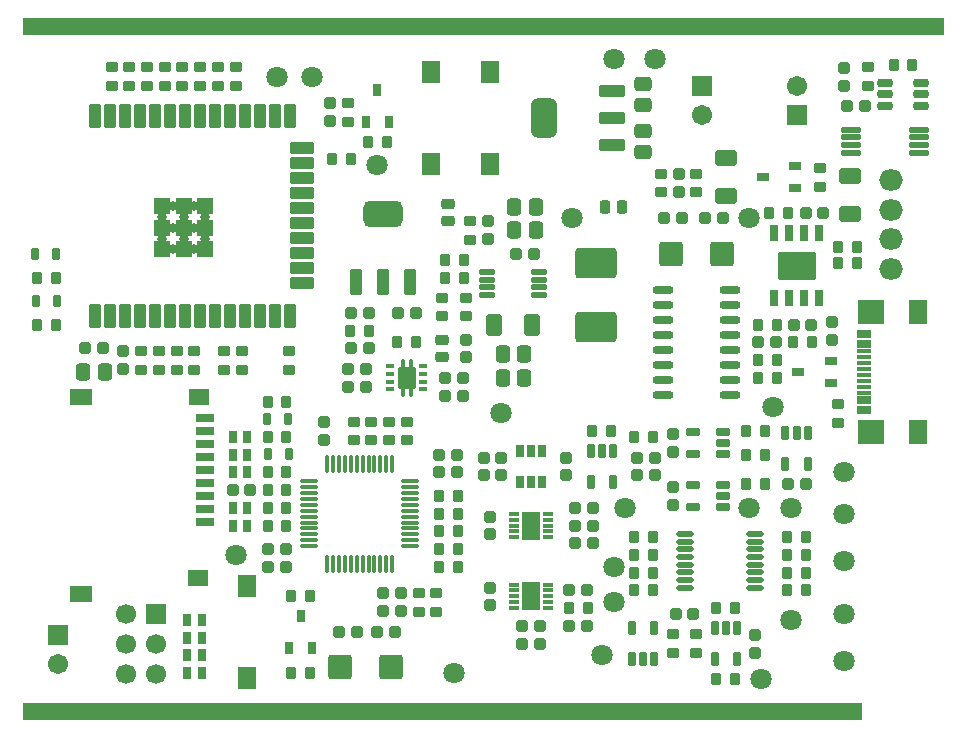
<source format=gts>
G04*
G04 #@! TF.GenerationSoftware,Altium Limited,Altium Designer,23.1.1 (15)*
G04*
G04 Layer_Color=1265191*
%FSTAX24Y24*%
%MOIN*%
G70*
G04*
G04 #@! TF.SameCoordinates,744591E9-B7FF-4256-B3DA-537CD40D5A87*
G04*
G04*
G04 #@! TF.FilePolarity,Negative*
G04*
G01*
G75*
%ADD68R,0.0614X0.0976*%
%ADD69R,0.0378X0.0146*%
G04:AMPARAMS|DCode=70|XSize=29.9mil|YSize=40.9mil|CornerRadius=4.6mil|HoleSize=0mil|Usage=FLASHONLY|Rotation=0.000|XOffset=0mil|YOffset=0mil|HoleType=Round|Shape=RoundedRectangle|*
%AMROUNDEDRECTD70*
21,1,0.0299,0.0318,0,0,0.0*
21,1,0.0208,0.0409,0,0,0.0*
1,1,0.0091,0.0104,-0.0159*
1,1,0.0091,-0.0104,-0.0159*
1,1,0.0091,-0.0104,0.0159*
1,1,0.0091,0.0104,0.0159*
%
%ADD70ROUNDEDRECTD70*%
%ADD71O,0.0591X0.0157*%
%ADD72O,0.0157X0.0591*%
G04:AMPARAMS|DCode=73|XSize=27.6mil|YSize=39.4mil|CornerRadius=4.3mil|HoleSize=0mil|Usage=FLASHONLY|Rotation=0.000|XOffset=0mil|YOffset=0mil|HoleType=Round|Shape=RoundedRectangle|*
%AMROUNDEDRECTD73*
21,1,0.0276,0.0307,0,0,0.0*
21,1,0.0189,0.0394,0,0,0.0*
1,1,0.0087,0.0094,-0.0154*
1,1,0.0087,-0.0094,-0.0154*
1,1,0.0087,-0.0094,0.0154*
1,1,0.0087,0.0094,0.0154*
%
%ADD73ROUNDEDRECTD73*%
G04:AMPARAMS|DCode=74|XSize=31.5mil|YSize=39.4mil|CornerRadius=4.7mil|HoleSize=0mil|Usage=FLASHONLY|Rotation=180.000|XOffset=0mil|YOffset=0mil|HoleType=Round|Shape=RoundedRectangle|*
%AMROUNDEDRECTD74*
21,1,0.0315,0.0299,0,0,180.0*
21,1,0.0220,0.0394,0,0,180.0*
1,1,0.0094,-0.0110,0.0150*
1,1,0.0094,0.0110,0.0150*
1,1,0.0094,0.0110,-0.0150*
1,1,0.0094,-0.0110,-0.0150*
%
%ADD74ROUNDEDRECTD74*%
G04:AMPARAMS|DCode=75|XSize=31.5mil|YSize=39.4mil|CornerRadius=4.7mil|HoleSize=0mil|Usage=FLASHONLY|Rotation=270.000|XOffset=0mil|YOffset=0mil|HoleType=Round|Shape=RoundedRectangle|*
%AMROUNDEDRECTD75*
21,1,0.0315,0.0299,0,0,270.0*
21,1,0.0220,0.0394,0,0,270.0*
1,1,0.0094,-0.0150,-0.0110*
1,1,0.0094,-0.0150,0.0110*
1,1,0.0094,0.0150,0.0110*
1,1,0.0094,0.0150,-0.0110*
%
%ADD75ROUNDEDRECTD75*%
%ADD76O,0.0709X0.0276*%
G04:AMPARAMS|DCode=77|XSize=27.6mil|YSize=43.3mil|CornerRadius=4.3mil|HoleSize=0mil|Usage=FLASHONLY|Rotation=180.000|XOffset=0mil|YOffset=0mil|HoleType=Round|Shape=RoundedRectangle|*
%AMROUNDEDRECTD77*
21,1,0.0276,0.0346,0,0,180.0*
21,1,0.0189,0.0433,0,0,180.0*
1,1,0.0087,-0.0094,0.0173*
1,1,0.0087,0.0094,0.0173*
1,1,0.0087,0.0094,-0.0173*
1,1,0.0087,-0.0094,-0.0173*
%
%ADD77ROUNDEDRECTD77*%
G04:AMPARAMS|DCode=78|XSize=78.7mil|YSize=82.7mil|CornerRadius=9.4mil|HoleSize=0mil|Usage=FLASHONLY|Rotation=0.000|XOffset=0mil|YOffset=0mil|HoleType=Round|Shape=RoundedRectangle|*
%AMROUNDEDRECTD78*
21,1,0.0787,0.0638,0,0,0.0*
21,1,0.0598,0.0827,0,0,0.0*
1,1,0.0189,0.0299,-0.0319*
1,1,0.0189,-0.0299,-0.0319*
1,1,0.0189,-0.0299,0.0319*
1,1,0.0189,0.0299,0.0319*
%
%ADD78ROUNDEDRECTD78*%
G04:AMPARAMS|DCode=79|XSize=27.6mil|YSize=47.2mil|CornerRadius=7.9mil|HoleSize=0mil|Usage=FLASHONLY|Rotation=270.000|XOffset=0mil|YOffset=0mil|HoleType=Round|Shape=RoundedRectangle|*
%AMROUNDEDRECTD79*
21,1,0.0276,0.0315,0,0,270.0*
21,1,0.0118,0.0472,0,0,270.0*
1,1,0.0157,-0.0157,-0.0059*
1,1,0.0157,-0.0157,0.0059*
1,1,0.0157,0.0157,0.0059*
1,1,0.0157,0.0157,-0.0059*
%
%ADD79ROUNDEDRECTD79*%
G04:AMPARAMS|DCode=80|XSize=39.4mil|YSize=39.4mil|CornerRadius=10.8mil|HoleSize=0mil|Usage=FLASHONLY|Rotation=180.000|XOffset=0mil|YOffset=0mil|HoleType=Round|Shape=RoundedRectangle|*
%AMROUNDEDRECTD80*
21,1,0.0394,0.0177,0,0,180.0*
21,1,0.0177,0.0394,0,0,180.0*
1,1,0.0217,-0.0089,0.0089*
1,1,0.0217,0.0089,0.0089*
1,1,0.0217,0.0089,-0.0089*
1,1,0.0217,-0.0089,-0.0089*
%
%ADD80ROUNDEDRECTD80*%
G04:AMPARAMS|DCode=81|XSize=49.2mil|YSize=59.1mil|CornerRadius=13.3mil|HoleSize=0mil|Usage=FLASHONLY|Rotation=90.000|XOffset=0mil|YOffset=0mil|HoleType=Round|Shape=RoundedRectangle|*
%AMROUNDEDRECTD81*
21,1,0.0492,0.0325,0,0,90.0*
21,1,0.0226,0.0591,0,0,90.0*
1,1,0.0266,0.0162,0.0113*
1,1,0.0266,0.0162,-0.0113*
1,1,0.0266,-0.0162,-0.0113*
1,1,0.0266,-0.0162,0.0113*
%
%ADD81ROUNDEDRECTD81*%
G04:AMPARAMS|DCode=82|XSize=49.2mil|YSize=59.1mil|CornerRadius=13.3mil|HoleSize=0mil|Usage=FLASHONLY|Rotation=0.000|XOffset=0mil|YOffset=0mil|HoleType=Round|Shape=RoundedRectangle|*
%AMROUNDEDRECTD82*
21,1,0.0492,0.0325,0,0,0.0*
21,1,0.0226,0.0591,0,0,0.0*
1,1,0.0266,0.0113,-0.0162*
1,1,0.0266,-0.0113,-0.0162*
1,1,0.0266,-0.0113,0.0162*
1,1,0.0266,0.0113,0.0162*
%
%ADD82ROUNDEDRECTD82*%
G04:AMPARAMS|DCode=83|XSize=137.8mil|YSize=102.4mil|CornerRadius=11.8mil|HoleSize=0mil|Usage=FLASHONLY|Rotation=0.000|XOffset=0mil|YOffset=0mil|HoleType=Round|Shape=RoundedRectangle|*
%AMROUNDEDRECTD83*
21,1,0.1378,0.0787,0,0,0.0*
21,1,0.1142,0.1024,0,0,0.0*
1,1,0.0236,0.0571,-0.0394*
1,1,0.0236,-0.0571,-0.0394*
1,1,0.0236,-0.0571,0.0394*
1,1,0.0236,0.0571,0.0394*
%
%ADD83ROUNDEDRECTD83*%
%ADD84R,0.0689X0.0539*%
%ADD85R,0.0630X0.0309*%
%ADD86R,0.0739X0.0539*%
G04:AMPARAMS|DCode=87|XSize=39.4mil|YSize=39.4mil|CornerRadius=10.8mil|HoleSize=0mil|Usage=FLASHONLY|Rotation=270.000|XOffset=0mil|YOffset=0mil|HoleType=Round|Shape=RoundedRectangle|*
%AMROUNDEDRECTD87*
21,1,0.0394,0.0177,0,0,270.0*
21,1,0.0177,0.0394,0,0,270.0*
1,1,0.0217,-0.0089,-0.0089*
1,1,0.0217,-0.0089,0.0089*
1,1,0.0217,0.0089,0.0089*
1,1,0.0217,0.0089,-0.0089*
%
%ADD87ROUNDEDRECTD87*%
G04:AMPARAMS|DCode=88|XSize=27.6mil|YSize=47.2mil|CornerRadius=7.9mil|HoleSize=0mil|Usage=FLASHONLY|Rotation=180.000|XOffset=0mil|YOffset=0mil|HoleType=Round|Shape=RoundedRectangle|*
%AMROUNDEDRECTD88*
21,1,0.0276,0.0315,0,0,180.0*
21,1,0.0118,0.0472,0,0,180.0*
1,1,0.0157,-0.0059,0.0157*
1,1,0.0157,0.0059,0.0157*
1,1,0.0157,0.0059,-0.0157*
1,1,0.0157,-0.0059,-0.0157*
%
%ADD88ROUNDEDRECTD88*%
G04:AMPARAMS|DCode=89|XSize=27.6mil|YSize=43.3mil|CornerRadius=7.9mil|HoleSize=0mil|Usage=FLASHONLY|Rotation=0.000|XOffset=0mil|YOffset=0mil|HoleType=Round|Shape=RoundedRectangle|*
%AMROUNDEDRECTD89*
21,1,0.0276,0.0276,0,0,0.0*
21,1,0.0118,0.0433,0,0,0.0*
1,1,0.0157,0.0059,-0.0138*
1,1,0.0157,-0.0059,-0.0138*
1,1,0.0157,-0.0059,0.0138*
1,1,0.0157,0.0059,0.0138*
%
%ADD89ROUNDEDRECTD89*%
%ADD90O,0.0591X0.0197*%
G04:AMPARAMS|DCode=91|XSize=27.6mil|YSize=15.7mil|CornerRadius=3.2mil|HoleSize=0mil|Usage=FLASHONLY|Rotation=0.000|XOffset=0mil|YOffset=0mil|HoleType=Round|Shape=RoundedRectangle|*
%AMROUNDEDRECTD91*
21,1,0.0276,0.0094,0,0,0.0*
21,1,0.0213,0.0157,0,0,0.0*
1,1,0.0063,0.0106,-0.0047*
1,1,0.0063,-0.0106,-0.0047*
1,1,0.0063,-0.0106,0.0047*
1,1,0.0063,0.0106,0.0047*
%
%ADD91ROUNDEDRECTD91*%
G04:AMPARAMS|DCode=92|XSize=13mil|YSize=32.5mil|CornerRadius=2.9mil|HoleSize=0mil|Usage=FLASHONLY|Rotation=0.000|XOffset=0mil|YOffset=0mil|HoleType=Round|Shape=RoundedRectangle|*
%AMROUNDEDRECTD92*
21,1,0.0130,0.0267,0,0,0.0*
21,1,0.0072,0.0325,0,0,0.0*
1,1,0.0057,0.0036,-0.0134*
1,1,0.0057,-0.0036,-0.0134*
1,1,0.0057,-0.0036,0.0134*
1,1,0.0057,0.0036,0.0134*
%
%ADD92ROUNDEDRECTD92*%
G04:AMPARAMS|DCode=93|XSize=63mil|YSize=72.8mil|CornerRadius=7.9mil|HoleSize=0mil|Usage=FLASHONLY|Rotation=0.000|XOffset=0mil|YOffset=0mil|HoleType=Round|Shape=RoundedRectangle|*
%AMROUNDEDRECTD93*
21,1,0.0630,0.0571,0,0,0.0*
21,1,0.0472,0.0728,0,0,0.0*
1,1,0.0157,0.0236,-0.0285*
1,1,0.0157,-0.0236,-0.0285*
1,1,0.0157,-0.0236,0.0285*
1,1,0.0157,0.0236,0.0285*
%
%ADD93ROUNDEDRECTD93*%
%ADD94O,0.0571X0.0197*%
G04:AMPARAMS|DCode=95|XSize=35.4mil|YSize=45.3mil|CornerRadius=9.8mil|HoleSize=0mil|Usage=FLASHONLY|Rotation=180.000|XOffset=0mil|YOffset=0mil|HoleType=Round|Shape=RoundedRectangle|*
%AMROUNDEDRECTD95*
21,1,0.0354,0.0256,0,0,180.0*
21,1,0.0157,0.0453,0,0,180.0*
1,1,0.0197,-0.0079,0.0128*
1,1,0.0197,0.0079,0.0128*
1,1,0.0197,0.0079,-0.0128*
1,1,0.0197,-0.0079,-0.0128*
%
%ADD95ROUNDEDRECTD95*%
G04:AMPARAMS|DCode=96|XSize=35.4mil|YSize=45.3mil|CornerRadius=9.8mil|HoleSize=0mil|Usage=FLASHONLY|Rotation=270.000|XOffset=0mil|YOffset=0mil|HoleType=Round|Shape=RoundedRectangle|*
%AMROUNDEDRECTD96*
21,1,0.0354,0.0256,0,0,270.0*
21,1,0.0157,0.0453,0,0,270.0*
1,1,0.0197,-0.0128,-0.0079*
1,1,0.0197,-0.0128,0.0079*
1,1,0.0197,0.0128,0.0079*
1,1,0.0197,0.0128,-0.0079*
%
%ADD96ROUNDEDRECTD96*%
G04:AMPARAMS|DCode=97|XSize=51.2mil|YSize=74.8mil|CornerRadius=6.7mil|HoleSize=0mil|Usage=FLASHONLY|Rotation=0.000|XOffset=0mil|YOffset=0mil|HoleType=Round|Shape=RoundedRectangle|*
%AMROUNDEDRECTD97*
21,1,0.0512,0.0614,0,0,0.0*
21,1,0.0378,0.0748,0,0,0.0*
1,1,0.0134,0.0189,-0.0307*
1,1,0.0134,-0.0189,-0.0307*
1,1,0.0134,-0.0189,0.0307*
1,1,0.0134,0.0189,0.0307*
%
%ADD97ROUNDEDRECTD97*%
G04:AMPARAMS|DCode=98|XSize=51.2mil|YSize=74.8mil|CornerRadius=6.7mil|HoleSize=0mil|Usage=FLASHONLY|Rotation=270.000|XOffset=0mil|YOffset=0mil|HoleType=Round|Shape=RoundedRectangle|*
%AMROUNDEDRECTD98*
21,1,0.0512,0.0614,0,0,270.0*
21,1,0.0378,0.0748,0,0,270.0*
1,1,0.0134,-0.0307,-0.0189*
1,1,0.0134,-0.0307,0.0189*
1,1,0.0134,0.0307,0.0189*
1,1,0.0134,0.0307,-0.0189*
%
%ADD98ROUNDEDRECTD98*%
G04:AMPARAMS|DCode=99|XSize=82.7mil|YSize=39.4mil|CornerRadius=7.3mil|HoleSize=0mil|Usage=FLASHONLY|Rotation=90.000|XOffset=0mil|YOffset=0mil|HoleType=Round|Shape=RoundedRectangle|*
%AMROUNDEDRECTD99*
21,1,0.0827,0.0248,0,0,90.0*
21,1,0.0681,0.0394,0,0,90.0*
1,1,0.0146,0.0124,0.0341*
1,1,0.0146,0.0124,-0.0341*
1,1,0.0146,-0.0124,-0.0341*
1,1,0.0146,-0.0124,0.0341*
%
%ADD99ROUNDEDRECTD99*%
G04:AMPARAMS|DCode=100|XSize=39.4mil|YSize=82.7mil|CornerRadius=5.5mil|HoleSize=0mil|Usage=FLASHONLY|Rotation=90.000|XOffset=0mil|YOffset=0mil|HoleType=Round|Shape=RoundedRectangle|*
%AMROUNDEDRECTD100*
21,1,0.0394,0.0717,0,0,90.0*
21,1,0.0283,0.0827,0,0,90.0*
1,1,0.0110,0.0358,0.0142*
1,1,0.0110,0.0358,-0.0142*
1,1,0.0110,-0.0358,-0.0142*
1,1,0.0110,-0.0358,0.0142*
%
%ADD100ROUNDEDRECTD100*%
%ADD101R,0.0563X0.0563*%
G04:AMPARAMS|DCode=102|XSize=27.6mil|YSize=43.3mil|CornerRadius=4.3mil|HoleSize=0mil|Usage=FLASHONLY|Rotation=270.000|XOffset=0mil|YOffset=0mil|HoleType=Round|Shape=RoundedRectangle|*
%AMROUNDEDRECTD102*
21,1,0.0276,0.0346,0,0,270.0*
21,1,0.0189,0.0433,0,0,270.0*
1,1,0.0087,-0.0173,-0.0094*
1,1,0.0087,-0.0173,0.0094*
1,1,0.0087,0.0173,0.0094*
1,1,0.0087,0.0173,-0.0094*
%
%ADD102ROUNDEDRECTD102*%
G04:AMPARAMS|DCode=103|XSize=65.4mil|YSize=19.7mil|CornerRadius=3.9mil|HoleSize=0mil|Usage=FLASHONLY|Rotation=0.000|XOffset=0mil|YOffset=0mil|HoleType=Round|Shape=RoundedRectangle|*
%AMROUNDEDRECTD103*
21,1,0.0654,0.0118,0,0,0.0*
21,1,0.0575,0.0197,0,0,0.0*
1,1,0.0079,0.0287,-0.0059*
1,1,0.0079,-0.0287,-0.0059*
1,1,0.0079,-0.0287,0.0059*
1,1,0.0079,0.0287,0.0059*
%
%ADD103ROUNDEDRECTD103*%
G04:AMPARAMS|DCode=104|XSize=74.8mil|YSize=63mil|CornerRadius=4.9mil|HoleSize=0mil|Usage=FLASHONLY|Rotation=90.000|XOffset=0mil|YOffset=0mil|HoleType=Round|Shape=RoundedRectangle|*
%AMROUNDEDRECTD104*
21,1,0.0748,0.0531,0,0,90.0*
21,1,0.0650,0.0630,0,0,90.0*
1,1,0.0098,0.0266,0.0325*
1,1,0.0098,0.0266,-0.0325*
1,1,0.0098,-0.0266,-0.0325*
1,1,0.0098,-0.0266,0.0325*
%
%ADD104ROUNDEDRECTD104*%
G04:AMPARAMS|DCode=105|XSize=49.2mil|YSize=27.6mil|CornerRadius=4.3mil|HoleSize=0mil|Usage=FLASHONLY|Rotation=180.000|XOffset=0mil|YOffset=0mil|HoleType=Round|Shape=RoundedRectangle|*
%AMROUNDEDRECTD105*
21,1,0.0492,0.0189,0,0,180.0*
21,1,0.0406,0.0276,0,0,180.0*
1,1,0.0087,-0.0203,0.0094*
1,1,0.0087,0.0203,0.0094*
1,1,0.0087,0.0203,-0.0094*
1,1,0.0087,-0.0203,-0.0094*
%
%ADD105ROUNDEDRECTD105*%
G04:AMPARAMS|DCode=106|XSize=49.2mil|YSize=15.7mil|CornerRadius=3.2mil|HoleSize=0mil|Usage=FLASHONLY|Rotation=180.000|XOffset=0mil|YOffset=0mil|HoleType=Round|Shape=RoundedRectangle|*
%AMROUNDEDRECTD106*
21,1,0.0492,0.0094,0,0,180.0*
21,1,0.0429,0.0157,0,0,180.0*
1,1,0.0063,-0.0215,0.0047*
1,1,0.0063,0.0215,0.0047*
1,1,0.0063,0.0215,-0.0047*
1,1,0.0063,-0.0215,-0.0047*
%
%ADD106ROUNDEDRECTD106*%
G04:AMPARAMS|DCode=107|XSize=63mil|YSize=82.7mil|CornerRadius=7.9mil|HoleSize=0mil|Usage=FLASHONLY|Rotation=180.000|XOffset=0mil|YOffset=0mil|HoleType=Round|Shape=RoundedRectangle|*
%AMROUNDEDRECTD107*
21,1,0.0630,0.0669,0,0,180.0*
21,1,0.0472,0.0827,0,0,180.0*
1,1,0.0157,-0.0236,0.0335*
1,1,0.0157,0.0236,0.0335*
1,1,0.0157,0.0236,-0.0335*
1,1,0.0157,-0.0236,-0.0335*
%
%ADD107ROUNDEDRECTD107*%
G04:AMPARAMS|DCode=108|XSize=89.8mil|YSize=82.7mil|CornerRadius=9.8mil|HoleSize=0mil|Usage=FLASHONLY|Rotation=180.000|XOffset=0mil|YOffset=0mil|HoleType=Round|Shape=RoundedRectangle|*
%AMROUNDEDRECTD108*
21,1,0.0898,0.0630,0,0,180.0*
21,1,0.0701,0.0827,0,0,180.0*
1,1,0.0197,-0.0350,0.0315*
1,1,0.0197,0.0350,0.0315*
1,1,0.0197,0.0350,-0.0315*
1,1,0.0197,-0.0350,-0.0315*
%
%ADD108ROUNDEDRECTD108*%
G04:AMPARAMS|DCode=109|XSize=41.3mil|YSize=88.6mil|CornerRadius=11.3mil|HoleSize=0mil|Usage=FLASHONLY|Rotation=270.000|XOffset=0mil|YOffset=0mil|HoleType=Round|Shape=RoundedRectangle|*
%AMROUNDEDRECTD109*
21,1,0.0413,0.0659,0,0,270.0*
21,1,0.0187,0.0886,0,0,270.0*
1,1,0.0226,-0.0330,-0.0094*
1,1,0.0226,-0.0330,0.0094*
1,1,0.0226,0.0330,0.0094*
1,1,0.0226,0.0330,-0.0094*
%
%ADD109ROUNDEDRECTD109*%
G04:AMPARAMS|DCode=110|XSize=131.9mil|YSize=88.6mil|CornerRadius=23.1mil|HoleSize=0mil|Usage=FLASHONLY|Rotation=270.000|XOffset=0mil|YOffset=0mil|HoleType=Round|Shape=RoundedRectangle|*
%AMROUNDEDRECTD110*
21,1,0.1319,0.0423,0,0,270.0*
21,1,0.0856,0.0886,0,0,270.0*
1,1,0.0463,-0.0212,-0.0428*
1,1,0.0463,-0.0212,0.0428*
1,1,0.0463,0.0212,0.0428*
1,1,0.0463,0.0212,-0.0428*
%
%ADD110ROUNDEDRECTD110*%
G04:AMPARAMS|DCode=111|XSize=41.3mil|YSize=88.6mil|CornerRadius=11.3mil|HoleSize=0mil|Usage=FLASHONLY|Rotation=180.000|XOffset=0mil|YOffset=0mil|HoleType=Round|Shape=RoundedRectangle|*
%AMROUNDEDRECTD111*
21,1,0.0413,0.0659,0,0,180.0*
21,1,0.0187,0.0886,0,0,180.0*
1,1,0.0226,-0.0094,0.0330*
1,1,0.0226,0.0094,0.0330*
1,1,0.0226,0.0094,-0.0330*
1,1,0.0226,-0.0094,-0.0330*
%
%ADD111ROUNDEDRECTD111*%
G04:AMPARAMS|DCode=112|XSize=131.9mil|YSize=88.6mil|CornerRadius=23.1mil|HoleSize=0mil|Usage=FLASHONLY|Rotation=180.000|XOffset=0mil|YOffset=0mil|HoleType=Round|Shape=RoundedRectangle|*
%AMROUNDEDRECTD112*
21,1,0.1319,0.0423,0,0,180.0*
21,1,0.0856,0.0886,0,0,180.0*
1,1,0.0463,-0.0428,0.0212*
1,1,0.0463,0.0428,0.0212*
1,1,0.0463,0.0428,-0.0212*
1,1,0.0463,-0.0428,-0.0212*
%
%ADD112ROUNDEDRECTD112*%
G04:AMPARAMS|DCode=113|XSize=94.5mil|YSize=129.9mil|CornerRadius=11mil|HoleSize=0mil|Usage=FLASHONLY|Rotation=90.000|XOffset=0mil|YOffset=0mil|HoleType=Round|Shape=RoundedRectangle|*
%AMROUNDEDRECTD113*
21,1,0.0945,0.1079,0,0,90.0*
21,1,0.0724,0.1299,0,0,90.0*
1,1,0.0220,0.0539,0.0362*
1,1,0.0220,0.0539,-0.0362*
1,1,0.0220,-0.0539,-0.0362*
1,1,0.0220,-0.0539,0.0362*
%
%ADD113ROUNDEDRECTD113*%
G04:AMPARAMS|DCode=114|XSize=55.1mil|YSize=29.5mil|CornerRadius=4.5mil|HoleSize=0mil|Usage=FLASHONLY|Rotation=90.000|XOffset=0mil|YOffset=0mil|HoleType=Round|Shape=RoundedRectangle|*
%AMROUNDEDRECTD114*
21,1,0.0551,0.0205,0,0,90.0*
21,1,0.0461,0.0295,0,0,90.0*
1,1,0.0091,0.0102,0.0230*
1,1,0.0091,0.0102,-0.0230*
1,1,0.0091,-0.0102,-0.0230*
1,1,0.0091,-0.0102,0.0230*
%
%ADD114ROUNDEDRECTD114*%
G04:AMPARAMS|DCode=115|XSize=27.6mil|YSize=51.2mil|CornerRadius=7.9mil|HoleSize=0mil|Usage=FLASHONLY|Rotation=270.000|XOffset=0mil|YOffset=0mil|HoleType=Round|Shape=RoundedRectangle|*
%AMROUNDEDRECTD115*
21,1,0.0276,0.0354,0,0,270.0*
21,1,0.0118,0.0512,0,0,270.0*
1,1,0.0157,-0.0177,-0.0059*
1,1,0.0157,-0.0177,0.0059*
1,1,0.0157,0.0177,0.0059*
1,1,0.0157,0.0177,-0.0059*
%
%ADD115ROUNDEDRECTD115*%
%ADD116C,0.0710*%
%ADD117R,0.0671X0.0680*%
%ADD118C,0.0671*%
%ADD119C,0.0039*%
%ADD120R,0.0669X0.0669*%
%ADD121C,0.0669*%
%ADD122C,0.0316*%
%ADD123O,0.0789X0.0710*%
G36*
X116535Y047835D02*
Y047244D01*
X144488D01*
Y047835D01*
X116535D01*
D02*
G37*
G36*
X116535Y070079D02*
X147244D01*
Y070669D01*
X116535D01*
Y070079D01*
D02*
G37*
D68*
X133465Y051378D02*
D03*
Y05374D02*
D03*
D69*
X1329Y051772D02*
D03*
Y051575D02*
D03*
Y051378D02*
D03*
Y051181D02*
D03*
Y050984D02*
D03*
X13403Y051772D02*
D03*
Y051575D02*
D03*
Y051378D02*
D03*
Y051181D02*
D03*
Y050984D02*
D03*
Y053346D02*
D03*
Y053543D02*
D03*
Y05374D02*
D03*
Y053937D02*
D03*
Y054134D02*
D03*
X1329Y053346D02*
D03*
Y053543D02*
D03*
Y05374D02*
D03*
Y053937D02*
D03*
Y054134D02*
D03*
D70*
X121999Y050591D02*
D03*
X122489Y050591D02*
D03*
Y048819D02*
D03*
X121999D02*
D03*
X122489Y049409D02*
D03*
X121999D02*
D03*
X122489Y05D02*
D03*
X121999D02*
D03*
X124016Y055512D02*
D03*
X123526D02*
D03*
X124016Y05374D02*
D03*
X123526D02*
D03*
X124016Y054331D02*
D03*
X123526D02*
D03*
X124016Y056693D02*
D03*
X123526D02*
D03*
X124016Y056102D02*
D03*
X123526D02*
D03*
D71*
X126083Y053051D02*
D03*
X126083Y053642D02*
D03*
X126083Y053839D02*
D03*
Y054035D02*
D03*
Y054232D02*
D03*
Y054429D02*
D03*
X126083Y054626D02*
D03*
X126083Y054823D02*
D03*
Y05502D02*
D03*
Y055217D02*
D03*
X129429D02*
D03*
X129429Y054823D02*
D03*
Y054626D02*
D03*
Y054429D02*
D03*
Y054232D02*
D03*
X129429Y054035D02*
D03*
Y053839D02*
D03*
X129429Y053642D02*
D03*
Y053445D02*
D03*
Y053248D02*
D03*
Y053051D02*
D03*
Y05502D02*
D03*
X126083Y053248D02*
D03*
Y053445D02*
D03*
D72*
X126673Y055807D02*
D03*
X127067D02*
D03*
X127264D02*
D03*
X127461Y055807D02*
D03*
X127657D02*
D03*
X127854Y055807D02*
D03*
X128051D02*
D03*
X128248D02*
D03*
X128445D02*
D03*
X128839Y055807D02*
D03*
Y052461D02*
D03*
X128642D02*
D03*
X128445D02*
D03*
X128248Y052461D02*
D03*
X127854Y052461D02*
D03*
X127657D02*
D03*
X127461D02*
D03*
X127264Y052461D02*
D03*
X127067D02*
D03*
X12687D02*
D03*
X126673Y052461D02*
D03*
X128051Y052461D02*
D03*
X12687Y055807D02*
D03*
X128642D02*
D03*
D73*
X116923Y062785D02*
D03*
X117638Y062785D02*
D03*
X116953Y06122D02*
D03*
X117668Y061221D02*
D03*
X124655Y057283D02*
D03*
X12537Y057283D02*
D03*
X1254Y056112D02*
D03*
X124685Y056112D02*
D03*
D74*
X117638Y062008D02*
D03*
X117008D02*
D03*
X125315Y056693D02*
D03*
X124685D02*
D03*
X117638Y060433D02*
D03*
X117008D02*
D03*
X125315Y057874D02*
D03*
X124685D02*
D03*
X12685Y065945D02*
D03*
X12748D02*
D03*
X131024Y052362D02*
D03*
X130394D02*
D03*
X131024Y054724D02*
D03*
X130394D02*
D03*
X131024Y054134D02*
D03*
X130394D02*
D03*
X131024Y053543D02*
D03*
X130394D02*
D03*
X131024Y052953D02*
D03*
X130394D02*
D03*
X125472Y048819D02*
D03*
X126102D02*
D03*
Y051378D02*
D03*
X125472D02*
D03*
X130591Y062598D02*
D03*
X13122D02*
D03*
Y062008D02*
D03*
X130591D02*
D03*
X139646Y048622D02*
D03*
X140276D02*
D03*
X135354Y050984D02*
D03*
X134724D02*
D03*
X139646Y050984D02*
D03*
X140276D02*
D03*
X142008Y052756D02*
D03*
X142638D02*
D03*
X142008Y052165D02*
D03*
X142638D02*
D03*
X142008Y053346D02*
D03*
X142638D02*
D03*
X142008Y051575D02*
D03*
X142638D02*
D03*
X13752Y053346D02*
D03*
X13689D02*
D03*
X13752Y051575D02*
D03*
X13689D02*
D03*
X13752Y052165D02*
D03*
X13689D02*
D03*
X13752Y052756D02*
D03*
X13689D02*
D03*
X14126Y056102D02*
D03*
X14063D02*
D03*
X14126Y05689D02*
D03*
X14063D02*
D03*
Y055118D02*
D03*
X14126D02*
D03*
X13689Y056693D02*
D03*
X13752D02*
D03*
X136142Y05689D02*
D03*
X135512D02*
D03*
X129646Y059843D02*
D03*
X129016D02*
D03*
X146181Y069094D02*
D03*
X145551D02*
D03*
X128071Y060236D02*
D03*
X127441D02*
D03*
X142047Y064173D02*
D03*
X141417D02*
D03*
X141024Y060433D02*
D03*
X141654D02*
D03*
X143701Y063032D02*
D03*
X144331D02*
D03*
X143701Y06248D02*
D03*
X144331D02*
D03*
X142205Y059843D02*
D03*
X142835D02*
D03*
X141024Y058661D02*
D03*
X141654D02*
D03*
X141024Y059252D02*
D03*
X141654D02*
D03*
X128032Y066535D02*
D03*
X128661D02*
D03*
X124685Y055512D02*
D03*
X125315Y055512D02*
D03*
X124685Y054921D02*
D03*
X125315D02*
D03*
X124685Y054331D02*
D03*
X125315D02*
D03*
Y05374D02*
D03*
X124685D02*
D03*
D75*
X12126Y069016D02*
D03*
Y068386D02*
D03*
X120669Y069016D02*
D03*
Y068386D02*
D03*
X120079D02*
D03*
Y069016D02*
D03*
X122441Y068386D02*
D03*
Y069016D02*
D03*
X123032Y068386D02*
D03*
Y069016D02*
D03*
X123622Y068386D02*
D03*
Y069016D02*
D03*
X122244Y059567D02*
D03*
Y058937D02*
D03*
X123819Y059567D02*
D03*
Y058937D02*
D03*
X123228Y059567D02*
D03*
Y058937D02*
D03*
X119488Y068386D02*
D03*
Y069016D02*
D03*
X12185Y068386D02*
D03*
Y069016D02*
D03*
X130315Y050866D02*
D03*
Y051496D02*
D03*
X127559Y057205D02*
D03*
Y056575D02*
D03*
X12815Y057205D02*
D03*
Y056575D02*
D03*
X129724Y050866D02*
D03*
Y051496D02*
D03*
X144685Y068386D02*
D03*
Y069016D02*
D03*
X131437Y063268D02*
D03*
Y063898D02*
D03*
X130512Y060709D02*
D03*
Y061339D02*
D03*
X131299D02*
D03*
Y060709D02*
D03*
X138976Y049488D02*
D03*
Y050118D02*
D03*
X138189Y050118D02*
D03*
Y049488D02*
D03*
X137795Y064843D02*
D03*
Y065472D02*
D03*
X138976D02*
D03*
Y064843D02*
D03*
X14311Y065039D02*
D03*
Y065669D02*
D03*
X143701Y057165D02*
D03*
Y057795D02*
D03*
X127362Y067205D02*
D03*
Y067835D02*
D03*
X125394Y059567D02*
D03*
Y058937D02*
D03*
X121654Y059567D02*
D03*
Y058937D02*
D03*
X121063Y059567D02*
D03*
Y058937D02*
D03*
X120472Y059567D02*
D03*
Y058937D02*
D03*
X129331Y057205D02*
D03*
Y056575D02*
D03*
X12874Y057205D02*
D03*
Y056575D02*
D03*
D76*
X137854Y059093D02*
D03*
X137854Y058593D02*
D03*
X137854Y058093D02*
D03*
X140098Y061593D02*
D03*
X140098Y061093D02*
D03*
X140098Y060593D02*
D03*
Y060093D02*
D03*
Y059593D02*
D03*
Y059093D02*
D03*
X140098Y058593D02*
D03*
X140098Y058093D02*
D03*
X137854Y061593D02*
D03*
X137854Y061093D02*
D03*
X137854Y060593D02*
D03*
Y060093D02*
D03*
Y059593D02*
D03*
D77*
X125413Y049656D02*
D03*
X126161D02*
D03*
X125787Y050738D02*
D03*
X128346Y068258D02*
D03*
X12872Y067175D02*
D03*
X127972Y067175D02*
D03*
D78*
X127106Y049016D02*
D03*
X128799D02*
D03*
X13813Y062795D02*
D03*
X139823D02*
D03*
D79*
X138858Y055098D02*
D03*
X139882Y054724D02*
D03*
Y05435D02*
D03*
Y055098D02*
D03*
X138858Y05435D02*
D03*
Y05687D02*
D03*
X139882Y056496D02*
D03*
Y056122D02*
D03*
Y05687D02*
D03*
X138858Y056122D02*
D03*
D80*
X13061Y058661D02*
D03*
X131201D02*
D03*
X13376Y049803D02*
D03*
X133169D02*
D03*
X13376Y050394D02*
D03*
X133169D02*
D03*
X135335Y051575D02*
D03*
X134744D02*
D03*
X135335Y050394D02*
D03*
X134744D02*
D03*
X134941Y05315D02*
D03*
X135532D02*
D03*
Y05374D02*
D03*
X134941D02*
D03*
Y054331D02*
D03*
X135532D02*
D03*
X142618Y055118D02*
D03*
X142028D02*
D03*
X129626Y060827D02*
D03*
X129035D02*
D03*
X133563Y062795D02*
D03*
X132972D02*
D03*
X131201Y058071D02*
D03*
X13061D02*
D03*
X127461Y059646D02*
D03*
X128051D02*
D03*
X119193Y059646D02*
D03*
X118602D02*
D03*
X141634Y059843D02*
D03*
X141043D02*
D03*
X124114Y054921D02*
D03*
X123524D02*
D03*
X139272Y063976D02*
D03*
X139862D02*
D03*
X137894Y063976D02*
D03*
X138484D02*
D03*
X143209Y064173D02*
D03*
X142618D02*
D03*
X142815Y060433D02*
D03*
X142224Y060433D02*
D03*
X144587Y067717D02*
D03*
X143996D02*
D03*
X128051Y060827D02*
D03*
X127461D02*
D03*
X138878Y050787D02*
D03*
X138287D02*
D03*
X128937Y050197D02*
D03*
X128346D02*
D03*
X124705Y052953D02*
D03*
X125295D02*
D03*
X130413Y056102D02*
D03*
X131004D02*
D03*
X125295Y052362D02*
D03*
X124705D02*
D03*
X131004Y055512D02*
D03*
X130413Y055512D02*
D03*
X127657Y050197D02*
D03*
X127067D02*
D03*
D81*
X137205Y06689D02*
D03*
Y066181D02*
D03*
Y068465D02*
D03*
Y067756D02*
D03*
D82*
X119252Y058858D02*
D03*
X118543D02*
D03*
X133622Y06437D02*
D03*
X132913D02*
D03*
X133622Y063583D02*
D03*
X132913Y063583D02*
D03*
X13252Y059449D02*
D03*
X133228Y059449D02*
D03*
X13252Y058661D02*
D03*
X133228Y058661D02*
D03*
D83*
X13563Y062487D02*
D03*
Y060347D02*
D03*
D84*
X122382Y051984D02*
D03*
X122385Y058024D02*
D03*
D85*
X122589Y053874D02*
D03*
Y054307D02*
D03*
Y054741D02*
D03*
Y055174D02*
D03*
Y055607D02*
D03*
Y05604D02*
D03*
Y056473D02*
D03*
Y056906D02*
D03*
Y057339D02*
D03*
D86*
X118452Y058024D02*
D03*
Y051474D02*
D03*
D87*
X132087Y051673D02*
D03*
Y051083D02*
D03*
Y054035D02*
D03*
Y053445D02*
D03*
X13189Y056004D02*
D03*
Y055413D02*
D03*
X13248D02*
D03*
Y056004D02*
D03*
X134646D02*
D03*
Y055413D02*
D03*
X137008Y056004D02*
D03*
Y055413D02*
D03*
X137598D02*
D03*
Y056004D02*
D03*
X138189Y054429D02*
D03*
Y05502D02*
D03*
Y056791D02*
D03*
Y056201D02*
D03*
X140945Y049508D02*
D03*
X140945Y050098D02*
D03*
X132028Y063878D02*
D03*
Y063287D02*
D03*
X131299Y05935D02*
D03*
Y059941D02*
D03*
X127362Y058366D02*
D03*
Y058957D02*
D03*
X127953Y058957D02*
D03*
Y058366D02*
D03*
X119882Y058957D02*
D03*
Y059547D02*
D03*
X126772Y067224D02*
D03*
Y067815D02*
D03*
X143504Y059941D02*
D03*
Y060532D02*
D03*
X143898Y068406D02*
D03*
Y068996D02*
D03*
X138386Y065453D02*
D03*
X138386Y064862D02*
D03*
X128543Y051476D02*
D03*
Y050886D02*
D03*
X129134Y051476D02*
D03*
Y050886D02*
D03*
X126575Y057185D02*
D03*
Y056594D02*
D03*
D88*
X137579Y050315D02*
D03*
X137205Y049291D02*
D03*
X136831D02*
D03*
X137579D02*
D03*
X136831Y050315D02*
D03*
X135453Y055197D02*
D03*
X135827Y05622D02*
D03*
X136201Y05622D02*
D03*
X135453D02*
D03*
X136201Y055197D02*
D03*
X140335Y049291D02*
D03*
X139587Y050315D02*
D03*
X140335D02*
D03*
X139961D02*
D03*
X139587Y049291D02*
D03*
X141949Y055787D02*
D03*
X142323Y056811D02*
D03*
X142697D02*
D03*
X141949D02*
D03*
X142697Y055787D02*
D03*
D89*
X133091Y05624D02*
D03*
X133839Y055177D02*
D03*
X133465Y05624D02*
D03*
X133839D02*
D03*
X133091Y055177D02*
D03*
X133465Y055177D02*
D03*
D90*
X138602Y053455D02*
D03*
X138602Y053199D02*
D03*
X138602Y052943D02*
D03*
X138602Y052687D02*
D03*
X138602Y052431D02*
D03*
X138602Y052175D02*
D03*
Y051919D02*
D03*
Y051663D02*
D03*
X140925Y053455D02*
D03*
Y053199D02*
D03*
Y052943D02*
D03*
Y052687D02*
D03*
Y052431D02*
D03*
Y052175D02*
D03*
Y051919D02*
D03*
Y051663D02*
D03*
D91*
X129882Y058533D02*
D03*
X12878Y058789D02*
D03*
X129882Y058278D02*
D03*
Y059045D02*
D03*
X12878Y058278D02*
D03*
Y059045D02*
D03*
X129882Y058789D02*
D03*
X12878Y058533D02*
D03*
D92*
X129193Y059134D02*
D03*
X129469D02*
D03*
X129193Y058189D02*
D03*
X129469D02*
D03*
D93*
X129331Y058661D02*
D03*
D94*
X131998Y062195D02*
D03*
X131998Y061939D02*
D03*
X131998Y061683D02*
D03*
Y061427D02*
D03*
X13375Y062195D02*
D03*
X13375Y061939D02*
D03*
X13375Y061683D02*
D03*
X13375Y061427D02*
D03*
D95*
X136496Y06437D02*
D03*
X135945Y06437D02*
D03*
D96*
X130512Y059921D02*
D03*
Y05937D02*
D03*
X130709Y064449D02*
D03*
Y063898D02*
D03*
D97*
X132239Y060433D02*
D03*
X133509Y060433D02*
D03*
D98*
X144094Y065399D02*
D03*
Y064129D02*
D03*
X139961Y065989D02*
D03*
Y064719D02*
D03*
D99*
X118933Y060715D02*
D03*
X119433Y060715D02*
D03*
X119933Y060715D02*
D03*
X120433Y060715D02*
D03*
X120933D02*
D03*
X121433Y060715D02*
D03*
X121933Y060715D02*
D03*
X122433Y060715D02*
D03*
X122933D02*
D03*
X123433Y060715D02*
D03*
X123933Y060715D02*
D03*
X124433Y060715D02*
D03*
X124933Y060715D02*
D03*
X125433D02*
D03*
X125433Y067407D02*
D03*
X124933Y067407D02*
D03*
X124433Y067407D02*
D03*
X123933Y067407D02*
D03*
X123433D02*
D03*
X122933D02*
D03*
X122433Y067407D02*
D03*
X121933Y067407D02*
D03*
X121433Y067407D02*
D03*
X120933D02*
D03*
X120433D02*
D03*
X119933Y067407D02*
D03*
X119433Y067407D02*
D03*
X118933Y067407D02*
D03*
D100*
X125827Y061811D02*
D03*
Y062311D02*
D03*
Y062811D02*
D03*
Y063311D02*
D03*
Y063811D02*
D03*
Y064311D02*
D03*
X125827Y064811D02*
D03*
X125827Y065311D02*
D03*
Y065811D02*
D03*
Y066311D02*
D03*
D101*
X121163Y062945D02*
D03*
X121163Y063667D02*
D03*
Y06439D02*
D03*
X121886Y062945D02*
D03*
X121886Y063667D02*
D03*
Y06439D02*
D03*
X122608Y062945D02*
D03*
X122608Y063667D02*
D03*
X122608Y06439D02*
D03*
D102*
X142274Y06498D02*
D03*
Y065728D02*
D03*
X141191Y065354D02*
D03*
X142372Y058858D02*
D03*
X143455Y059232D02*
D03*
Y058484D02*
D03*
D103*
X144142Y066941D02*
D03*
X144142Y066685D02*
D03*
X144142Y06643D02*
D03*
X144142Y066174D02*
D03*
X146409D02*
D03*
Y06643D02*
D03*
Y066685D02*
D03*
Y066941D02*
D03*
D104*
X124016Y048661D02*
D03*
Y051732D02*
D03*
X132087Y068858D02*
D03*
Y065787D02*
D03*
X130118Y068858D02*
D03*
Y065787D02*
D03*
D105*
X144581Y057913D02*
D03*
Y059803D02*
D03*
X144581Y060118D02*
D03*
Y057598D02*
D03*
D106*
Y059154D02*
D03*
Y05876D02*
D03*
Y058957D02*
D03*
Y058563D02*
D03*
Y059547D02*
D03*
Y058366D02*
D03*
Y05935D02*
D03*
Y058169D02*
D03*
D107*
X146364Y06087D02*
D03*
Y056846D02*
D03*
D108*
X144817Y06087D02*
D03*
Y056846D02*
D03*
D109*
X136181Y067323D02*
D03*
Y068228D02*
D03*
X136181Y066417D02*
D03*
D110*
X133898Y067323D02*
D03*
D111*
X128543Y06185D02*
D03*
X129449D02*
D03*
X127638Y06185D02*
D03*
D112*
X128543Y064134D02*
D03*
D113*
X142323Y062402D02*
D03*
D114*
X142073Y063494D02*
D03*
X141573Y063494D02*
D03*
X142573D02*
D03*
X143073Y063494D02*
D03*
X142073Y061329D02*
D03*
X141573Y061329D02*
D03*
X142573Y061329D02*
D03*
X143073D02*
D03*
D115*
X145276Y06811D02*
D03*
X145276Y068484D02*
D03*
X146457Y067736D02*
D03*
Y06811D02*
D03*
X145276Y067736D02*
D03*
X146457Y068484D02*
D03*
D116*
X143898Y054134D02*
D03*
X143898Y052559D02*
D03*
Y050787D02*
D03*
Y049213D02*
D03*
X13248Y05748D02*
D03*
X141142Y048622D02*
D03*
X140748Y063976D02*
D03*
X134843D02*
D03*
X141535Y057677D02*
D03*
X142126Y050591D02*
D03*
X140748Y054331D02*
D03*
X142126D02*
D03*
X136614D02*
D03*
X13622Y052362D02*
D03*
Y051181D02*
D03*
X135827Y049409D02*
D03*
X123622Y052756D02*
D03*
X126181Y068701D02*
D03*
X125D02*
D03*
X143898Y055512D02*
D03*
X128346Y065748D02*
D03*
X137597Y069286D02*
D03*
X13622Y069291D02*
D03*
X130906Y048819D02*
D03*
D117*
X117717Y050098D02*
D03*
X142323Y067421D02*
D03*
X139173Y068406D02*
D03*
D118*
X117717Y049114D02*
D03*
X142323Y068406D02*
D03*
X139173Y067421D02*
D03*
D119*
X118325Y056704D02*
D03*
Y053494D02*
D03*
X145014Y059996D02*
D03*
Y05772D02*
D03*
D120*
X120972Y050803D02*
D03*
D121*
X120972Y049803D02*
D03*
X120972Y048803D02*
D03*
X119972D02*
D03*
X119972Y049803D02*
D03*
X119972Y050803D02*
D03*
D122*
X121163Y063306D02*
D03*
Y064029D02*
D03*
X121525Y062945D02*
D03*
Y063667D02*
D03*
X121525Y06439D02*
D03*
X121886Y063306D02*
D03*
Y064029D02*
D03*
X122247Y062945D02*
D03*
X122247Y063667D02*
D03*
X122247Y06439D02*
D03*
X122608Y063306D02*
D03*
Y064029D02*
D03*
D123*
X145472Y064264D02*
D03*
Y065264D02*
D03*
Y062295D02*
D03*
Y063295D02*
D03*
M02*

</source>
